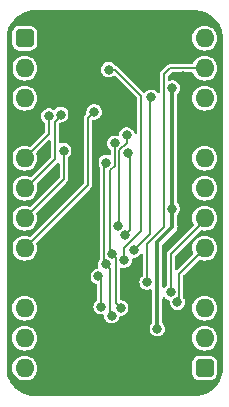
<source format=gbl>
%TF.GenerationSoftware,KiCad,Pcbnew,7.0.5*%
%TF.CreationDate,2024-01-27T16:37:14+02:00*%
%TF.ProjectId,Sound Address Decode,536f756e-6420-4416-9464-726573732044,rev?*%
%TF.SameCoordinates,Original*%
%TF.FileFunction,Copper,L2,Bot*%
%TF.FilePolarity,Positive*%
%FSLAX46Y46*%
G04 Gerber Fmt 4.6, Leading zero omitted, Abs format (unit mm)*
G04 Created by KiCad (PCBNEW 7.0.5) date 2024-01-27 16:37:14*
%MOMM*%
%LPD*%
G01*
G04 APERTURE LIST*
G04 Aperture macros list*
%AMRoundRect*
0 Rectangle with rounded corners*
0 $1 Rounding radius*
0 $2 $3 $4 $5 $6 $7 $8 $9 X,Y pos of 4 corners*
0 Add a 4 corners polygon primitive as box body*
4,1,4,$2,$3,$4,$5,$6,$7,$8,$9,$2,$3,0*
0 Add four circle primitives for the rounded corners*
1,1,$1+$1,$2,$3*
1,1,$1+$1,$4,$5*
1,1,$1+$1,$6,$7*
1,1,$1+$1,$8,$9*
0 Add four rect primitives between the rounded corners*
20,1,$1+$1,$2,$3,$4,$5,0*
20,1,$1+$1,$4,$5,$6,$7,0*
20,1,$1+$1,$6,$7,$8,$9,0*
20,1,$1+$1,$8,$9,$2,$3,0*%
G04 Aperture macros list end*
%TA.AperFunction,ComponentPad*%
%ADD10RoundRect,0.400000X-0.400000X-0.400000X0.400000X-0.400000X0.400000X0.400000X-0.400000X0.400000X0*%
%TD*%
%TA.AperFunction,ComponentPad*%
%ADD11O,1.600000X1.600000*%
%TD*%
%TA.AperFunction,ComponentPad*%
%ADD12R,1.600000X1.600000*%
%TD*%
%TA.AperFunction,ViaPad*%
%ADD13C,0.800000*%
%TD*%
%TA.AperFunction,Conductor*%
%ADD14C,0.380000*%
%TD*%
%TA.AperFunction,Conductor*%
%ADD15C,0.200000*%
%TD*%
G04 APERTURE END LIST*
D10*
%TO.P,J1,1,Pin_1*%
%TO.N,/5V*%
X88900000Y-58420000D03*
D11*
%TO.P,J1,2,Pin_2*%
%TO.N,/~{Device RAM}*%
X88900000Y-60960000D03*
%TO.P,J1,3,Pin_3*%
%TO.N,/Device ~{CS}*%
X88900000Y-63500000D03*
D12*
%TO.P,J1,4,Pin_4*%
%TO.N,/GND*%
X88900000Y-66040000D03*
D11*
%TO.P,J1,5,Pin_5*%
%TO.N,/~{RD}*%
X88900000Y-68580000D03*
%TO.P,J1,6,Pin_6*%
%TO.N,/~{WD}*%
X88900000Y-71120000D03*
%TO.P,J1,7,Pin_7*%
%TO.N,/A16*%
X88900000Y-73660000D03*
%TO.P,J1,8,Pin_8*%
%TO.N,/A15*%
X88900000Y-76200000D03*
D12*
%TO.P,J1,9,Pin_9*%
%TO.N,/GND*%
X88900000Y-78740000D03*
D11*
%TO.P,J1,10,Pin_10*%
%TO.N,/~{CLK}*%
X88900000Y-81280000D03*
%TO.P,J1,11,Pin_11*%
%TO.N,unconnected-(J1-Pin_11-Pad11)*%
X88900000Y-83820000D03*
%TO.P,J1,12,Pin_12*%
%TO.N,unconnected-(J1-Pin_12-Pad12)*%
X88900000Y-86360000D03*
D10*
%TO.P,J1,13,Pin_13*%
%TO.N,/5V*%
X104140000Y-86360000D03*
D11*
%TO.P,J1,14,Pin_14*%
%TO.N,unconnected-(J1-Pin_14-Pad14)*%
X104140000Y-83820000D03*
%TO.P,J1,15,Pin_15*%
%TO.N,/CPU B ~{WE}*%
X104140000Y-81280000D03*
D12*
%TO.P,J1,16,Pin_16*%
%TO.N,/GND*%
X104140000Y-78740000D03*
D11*
%TO.P,J1,17,Pin_17*%
%TO.N,/CPU B ~{OE}*%
X104140000Y-76200000D03*
%TO.P,J1,18,Pin_18*%
%TO.N,/CPU B ~{OE}\u00B7~{WE}*%
X104140000Y-73660000D03*
%TO.P,J1,19,Pin_19*%
%TO.N,/CPU A ~{WE}*%
X104140000Y-71120000D03*
%TO.P,J1,20,Pin_20*%
%TO.N,/CPU A ~{OE}*%
X104140000Y-68580000D03*
D12*
%TO.P,J1,21,Pin_21*%
%TO.N,/GND*%
X104140000Y-66040000D03*
D11*
%TO.P,J1,22,Pin_22*%
%TO.N,/CPU A ~{OE}\u00B7~{WE}*%
X104140000Y-63500000D03*
%TO.P,J1,23,Pin_23*%
%TO.N,/Sound Address*%
X104140000Y-60960000D03*
%TO.P,J1,24,Pin_24*%
%TO.N,unconnected-(J1-Pin_24-Pad24)*%
X104140000Y-58420000D03*
%TD*%
D13*
%TO.N,/GND*%
X93776800Y-79400400D03*
X102306703Y-61660000D03*
X93776800Y-80801606D03*
X93853000Y-72771000D03*
X94996000Y-67945000D03*
X93534000Y-70231000D03*
%TO.N,/3.3V*%
X101396800Y-72847200D03*
X101385600Y-62636400D03*
X100126800Y-83012998D03*
%TO.N,/A16*%
X92202000Y-67945000D03*
%TO.N,/~{WD}*%
X91950604Y-64882189D03*
%TO.N,/~{RD}*%
X90957400Y-64998600D03*
%TO.N,/A15*%
X94778410Y-64654000D03*
%TO.N,/CPU B ~{WE}*%
X95758000Y-77571600D03*
X96266000Y-81915000D03*
X95786000Y-68950294D03*
%TO.N,/CPU A ~{WE}*%
X97395914Y-75100226D03*
X97688316Y-68121584D03*
%TO.N,/CPU B ~{OE}*%
X96520000Y-67310000D03*
X101829291Y-80778615D03*
X97028000Y-81250804D03*
X96331000Y-76656402D03*
%TO.N,/CPU A ~{OE}*%
X97536000Y-66609992D03*
X96820625Y-74282272D03*
%TO.N,/CPU A ~{OE}\u00B7~{WE}*%
X98151551Y-76357042D03*
X99616040Y-63426400D03*
%TO.N,/CPU B ~{OE}\u00B7~{WE}*%
X95134471Y-78591403D03*
X101272400Y-79948026D03*
X95377226Y-81153226D03*
%TO.N,/Sound Address*%
X99272493Y-79074150D03*
%TO.N,/~{Device RAM}*%
X96012010Y-61087000D03*
X97321544Y-77206400D03*
%TD*%
D14*
%TO.N,/GND*%
X105179467Y-87352533D02*
X104982000Y-87550000D01*
X105395332Y-60437332D02*
X105395332Y-64784668D01*
X93853000Y-72771000D02*
X94996000Y-71628000D01*
X105352713Y-86796352D02*
X105282754Y-87080189D01*
X87710000Y-64850000D02*
X87710000Y-60467085D01*
X88900000Y-78740000D02*
X87710000Y-77550000D01*
X104140000Y-78740000D02*
X105352713Y-79952713D01*
X87710000Y-67230000D02*
X88900000Y-66040000D01*
X87698229Y-79941771D02*
X88900000Y-78740000D01*
X105352713Y-79952713D02*
X105352713Y-86796352D01*
X88407085Y-87550000D02*
X87698229Y-86841144D01*
X104728000Y-59770000D02*
X105395332Y-60437332D01*
X105395332Y-64784668D02*
X104140000Y-66040000D01*
X105282754Y-87080189D02*
X105179467Y-87352533D01*
X87698229Y-86841144D02*
X87698229Y-79941771D01*
X94996000Y-71628000D02*
X94996000Y-67945000D01*
X104140000Y-66040000D02*
X102306703Y-64206703D01*
X88407085Y-59770000D02*
X104728000Y-59770000D01*
X87710000Y-77550000D02*
X87710000Y-67230000D01*
X102306703Y-64206703D02*
X102306703Y-61660000D01*
X88900000Y-66040000D02*
X87710000Y-64850000D01*
X93776800Y-79400400D02*
X93776800Y-80801606D01*
X104982000Y-87550000D02*
X88407085Y-87550000D01*
X87710000Y-60467085D02*
X88407085Y-59770000D01*
%TO.N,/3.3V*%
X101385600Y-72836000D02*
X101396800Y-72847200D01*
X100126800Y-75692000D02*
X101396800Y-74422000D01*
X101396800Y-74422000D02*
X101396800Y-72847200D01*
X100126800Y-83012998D02*
X100126800Y-75692000D01*
X101385600Y-62636400D02*
X101385600Y-72836000D01*
D15*
%TO.N,/A16*%
X92202000Y-70358000D02*
X92202000Y-67945000D01*
X88900000Y-73660000D02*
X92202000Y-70358000D01*
%TO.N,/~{WD}*%
X91459000Y-68688000D02*
X91459000Y-65486950D01*
X89027000Y-71120000D02*
X91459000Y-68688000D01*
X91459000Y-65486950D02*
X91950604Y-64995346D01*
X91950604Y-64995346D02*
X91950604Y-64882189D01*
%TO.N,/~{RD}*%
X88900000Y-68580000D02*
X90957400Y-66522600D01*
X90957400Y-66522600D02*
X90957400Y-64998600D01*
%TO.N,/A15*%
X88900000Y-76200000D02*
X94234000Y-70866000D01*
X94234000Y-65198410D02*
X94778410Y-64654000D01*
X94234000Y-70866000D02*
X94234000Y-65198410D01*
%TO.N,/CPU B ~{WE}*%
X96139000Y-81788000D02*
X96266000Y-81915000D01*
X95758000Y-77571600D02*
X96139000Y-77952600D01*
X96139000Y-77952600D02*
X96139000Y-81788000D01*
X95631000Y-77444600D02*
X95631000Y-69105294D01*
X95758000Y-77571600D02*
X95631000Y-77444600D01*
X95631000Y-69105294D02*
X95786000Y-68950294D01*
%TO.N,/CPU A ~{WE}*%
X97395914Y-75100226D02*
X97827939Y-74668201D01*
X97827939Y-74668201D02*
X97827939Y-68261207D01*
X97827939Y-68261207D02*
X97688316Y-68121584D01*
%TO.N,/CPU B ~{OE}*%
X96105600Y-76431002D02*
X96331000Y-76656402D01*
X101972400Y-78367600D02*
X101972400Y-80635506D01*
X96621544Y-76946946D02*
X96621544Y-80844348D01*
X96520000Y-67310000D02*
X96520000Y-69206244D01*
X104140000Y-76200000D02*
X101972400Y-78367600D01*
X96621544Y-80844348D02*
X97028000Y-81250804D01*
X101972400Y-80635506D02*
X101829291Y-80778615D01*
X96331000Y-76656402D02*
X96621544Y-76946946D01*
X96520000Y-69206244D02*
X96105600Y-69620644D01*
X96105600Y-69620644D02*
X96105600Y-76431002D01*
%TO.N,/CPU A ~{OE}*%
X96820625Y-74282272D02*
X96920000Y-74182897D01*
X97536000Y-67283950D02*
X97536000Y-66609992D01*
X96920000Y-74182897D02*
X96920000Y-67899950D01*
X96920000Y-67899950D02*
X97536000Y-67283950D01*
%TO.N,/CPU A ~{OE}\u00B7~{WE}*%
X99513386Y-74995207D02*
X99513386Y-63529054D01*
X99513386Y-63529054D02*
X99616040Y-63426400D01*
X98151551Y-76357042D02*
X99513386Y-74995207D01*
%TO.N,/CPU B ~{OE}\u00B7~{WE}*%
X95377226Y-78834158D02*
X95377226Y-81153226D01*
X95134471Y-78591403D02*
X95377226Y-78834158D01*
X104140000Y-73844964D02*
X101272400Y-76712564D01*
X101272400Y-76712564D02*
X101272400Y-79948026D01*
%TO.N,/Sound Address*%
X101219000Y-60960000D02*
X104140000Y-60960000D01*
X99272493Y-79074150D02*
X99272493Y-75853342D01*
X100685600Y-61493400D02*
X101219000Y-60960000D01*
X100685600Y-74440235D02*
X100685600Y-61493400D01*
X99272493Y-75853342D02*
X100685600Y-74440235D01*
%TO.N,/~{Device RAM}*%
X98755200Y-74730890D02*
X98755200Y-63322200D01*
X96520000Y-61087000D02*
X96012010Y-61087000D01*
X98755200Y-63322200D02*
X96520000Y-61087000D01*
X97321544Y-77206400D02*
X97321544Y-76164546D01*
X97321544Y-76164546D02*
X98755200Y-74730890D01*
%TD*%
%TA.AperFunction,Conductor*%
%TO.N,/GND*%
G36*
X103306138Y-56056880D02*
G01*
X103306155Y-56056881D01*
X103585390Y-56073767D01*
X103592823Y-56074671D01*
X103617541Y-56079200D01*
X103866153Y-56124757D01*
X103873415Y-56126548D01*
X104138710Y-56209215D01*
X104145716Y-56211872D01*
X104399109Y-56325911D01*
X104405740Y-56329391D01*
X104643553Y-56473152D01*
X104649700Y-56477395D01*
X104868452Y-56648773D01*
X104874049Y-56653733D01*
X105070543Y-56850224D01*
X105075513Y-56855833D01*
X105246879Y-57074564D01*
X105251136Y-57080731D01*
X105394893Y-57318532D01*
X105398375Y-57325167D01*
X105512419Y-57578557D01*
X105515072Y-57585551D01*
X105569309Y-57759602D01*
X105597742Y-57850847D01*
X105599535Y-57858123D01*
X105649624Y-58131448D01*
X105650527Y-58138887D01*
X105667386Y-58417568D01*
X105667499Y-58421313D01*
X105667499Y-86358138D01*
X105667386Y-86361883D01*
X105650494Y-86641108D01*
X105649591Y-86648547D01*
X105599504Y-86921864D01*
X105597711Y-86929140D01*
X105515044Y-87194428D01*
X105512386Y-87201435D01*
X105398348Y-87454815D01*
X105394865Y-87461451D01*
X105251111Y-87699246D01*
X105246854Y-87705413D01*
X105075489Y-87924143D01*
X105070519Y-87929752D01*
X104874032Y-88126237D01*
X104868423Y-88131206D01*
X104649687Y-88302573D01*
X104643520Y-88306830D01*
X104405730Y-88450576D01*
X104399095Y-88454058D01*
X104145708Y-88568095D01*
X104138702Y-88570752D01*
X103873405Y-88653419D01*
X103866129Y-88655213D01*
X103592820Y-88705295D01*
X103585381Y-88706199D01*
X103305610Y-88723119D01*
X103301867Y-88723232D01*
X89737604Y-88723232D01*
X89733861Y-88723119D01*
X89454615Y-88706232D01*
X89447175Y-88705328D01*
X89173860Y-88655245D01*
X89166584Y-88653451D01*
X88901288Y-88570784D01*
X88894282Y-88568127D01*
X88640890Y-88454087D01*
X88634255Y-88450605D01*
X88396457Y-88306854D01*
X88390295Y-88302601D01*
X88171549Y-88131227D01*
X88165950Y-88126266D01*
X87969456Y-87929775D01*
X87964490Y-87924171D01*
X87793120Y-87705435D01*
X87788863Y-87699268D01*
X87765633Y-87660842D01*
X87645096Y-87461451D01*
X87641632Y-87454851D01*
X87527577Y-87201432D01*
X87524930Y-87194455D01*
X87442254Y-86929140D01*
X87440463Y-86921873D01*
X87390375Y-86648551D01*
X87389471Y-86641112D01*
X87372613Y-86362411D01*
X87372540Y-86360000D01*
X87844417Y-86360000D01*
X87846632Y-86382497D01*
X87864699Y-86565932D01*
X87887505Y-86641112D01*
X87924768Y-86763954D01*
X88022315Y-86946450D01*
X88022317Y-86946452D01*
X88153589Y-87106410D01*
X88250209Y-87185702D01*
X88313550Y-87237685D01*
X88496046Y-87335232D01*
X88694066Y-87395300D01*
X88694065Y-87395300D01*
X88712529Y-87397118D01*
X88900000Y-87415583D01*
X89105934Y-87395300D01*
X89303954Y-87335232D01*
X89486450Y-87237685D01*
X89646410Y-87106410D01*
X89777685Y-86946450D01*
X89842227Y-86825701D01*
X103089500Y-86825701D01*
X103092401Y-86862567D01*
X103092402Y-86862573D01*
X103138254Y-87020393D01*
X103138255Y-87020396D01*
X103221917Y-87161862D01*
X103221923Y-87161870D01*
X103338129Y-87278076D01*
X103338133Y-87278079D01*
X103338135Y-87278081D01*
X103479602Y-87361744D01*
X103521224Y-87373836D01*
X103637426Y-87407597D01*
X103637429Y-87407597D01*
X103637431Y-87407598D01*
X103674306Y-87410500D01*
X103674314Y-87410500D01*
X104605686Y-87410500D01*
X104605694Y-87410500D01*
X104642569Y-87407598D01*
X104642571Y-87407597D01*
X104642573Y-87407597D01*
X104684899Y-87395300D01*
X104800398Y-87361744D01*
X104941865Y-87278081D01*
X105058081Y-87161865D01*
X105141744Y-87020398D01*
X105187598Y-86862569D01*
X105190500Y-86825694D01*
X105190500Y-85894306D01*
X105187598Y-85857431D01*
X105141744Y-85699602D01*
X105058081Y-85558135D01*
X105058079Y-85558133D01*
X105058076Y-85558129D01*
X104941870Y-85441923D01*
X104941862Y-85441917D01*
X104845229Y-85384769D01*
X104800398Y-85358256D01*
X104800397Y-85358255D01*
X104800396Y-85358255D01*
X104800393Y-85358254D01*
X104642573Y-85312402D01*
X104642567Y-85312401D01*
X104605701Y-85309500D01*
X104605694Y-85309500D01*
X103674306Y-85309500D01*
X103674298Y-85309500D01*
X103637432Y-85312401D01*
X103637426Y-85312402D01*
X103479606Y-85358254D01*
X103479603Y-85358255D01*
X103338137Y-85441917D01*
X103338129Y-85441923D01*
X103221923Y-85558129D01*
X103221917Y-85558137D01*
X103138255Y-85699603D01*
X103138254Y-85699606D01*
X103092402Y-85857426D01*
X103092401Y-85857432D01*
X103089500Y-85894298D01*
X103089500Y-86825701D01*
X89842227Y-86825701D01*
X89875232Y-86763954D01*
X89935300Y-86565934D01*
X89955583Y-86360000D01*
X89935300Y-86154066D01*
X89875232Y-85956046D01*
X89777685Y-85773550D01*
X89716998Y-85699602D01*
X89646410Y-85613589D01*
X89486452Y-85482317D01*
X89486453Y-85482317D01*
X89486450Y-85482315D01*
X89303954Y-85384768D01*
X89105934Y-85324700D01*
X89105932Y-85324699D01*
X89105934Y-85324699D01*
X88918463Y-85306235D01*
X88900000Y-85304417D01*
X88899999Y-85304417D01*
X88694067Y-85324699D01*
X88496043Y-85384769D01*
X88389129Y-85441917D01*
X88313550Y-85482315D01*
X88313548Y-85482316D01*
X88313547Y-85482317D01*
X88153589Y-85613589D01*
X88022317Y-85773547D01*
X87924769Y-85956043D01*
X87864699Y-86154067D01*
X87848767Y-86315830D01*
X87844417Y-86360000D01*
X87372540Y-86360000D01*
X87372500Y-86358667D01*
X87372500Y-83820000D01*
X87844417Y-83820000D01*
X87864699Y-84025932D01*
X87864700Y-84025934D01*
X87924768Y-84223954D01*
X88022315Y-84406450D01*
X88022317Y-84406452D01*
X88153589Y-84566410D01*
X88250209Y-84645702D01*
X88313550Y-84697685D01*
X88496046Y-84795232D01*
X88694066Y-84855300D01*
X88694065Y-84855300D01*
X88714347Y-84857297D01*
X88900000Y-84875583D01*
X89105934Y-84855300D01*
X89303954Y-84795232D01*
X89486450Y-84697685D01*
X89646410Y-84566410D01*
X89777685Y-84406450D01*
X89875232Y-84223954D01*
X89935300Y-84025934D01*
X89955583Y-83820000D01*
X103084417Y-83820000D01*
X103104699Y-84025932D01*
X103104700Y-84025934D01*
X103164768Y-84223954D01*
X103262315Y-84406450D01*
X103262317Y-84406452D01*
X103393589Y-84566410D01*
X103490209Y-84645702D01*
X103553550Y-84697685D01*
X103736046Y-84795232D01*
X103934066Y-84855300D01*
X103934065Y-84855300D01*
X103952529Y-84857118D01*
X104140000Y-84875583D01*
X104345934Y-84855300D01*
X104543954Y-84795232D01*
X104726450Y-84697685D01*
X104886410Y-84566410D01*
X105017685Y-84406450D01*
X105115232Y-84223954D01*
X105175300Y-84025934D01*
X105195583Y-83820000D01*
X105175300Y-83614066D01*
X105115232Y-83416046D01*
X105017685Y-83233550D01*
X104965380Y-83169816D01*
X104886410Y-83073589D01*
X104726452Y-82942317D01*
X104726453Y-82942317D01*
X104726450Y-82942315D01*
X104543954Y-82844768D01*
X104345934Y-82784700D01*
X104345932Y-82784699D01*
X104345934Y-82784699D01*
X104140000Y-82764417D01*
X103934067Y-82784699D01*
X103736043Y-82844769D01*
X103625898Y-82903643D01*
X103553550Y-82942315D01*
X103553548Y-82942316D01*
X103553547Y-82942317D01*
X103393589Y-83073589D01*
X103262317Y-83233547D01*
X103164769Y-83416043D01*
X103104699Y-83614067D01*
X103084417Y-83820000D01*
X89955583Y-83820000D01*
X89935300Y-83614066D01*
X89875232Y-83416046D01*
X89777685Y-83233550D01*
X89725380Y-83169816D01*
X89646410Y-83073589D01*
X89486452Y-82942317D01*
X89486453Y-82942317D01*
X89486450Y-82942315D01*
X89303954Y-82844768D01*
X89105934Y-82784700D01*
X89105932Y-82784699D01*
X89105934Y-82784699D01*
X88918463Y-82766235D01*
X88900000Y-82764417D01*
X88899999Y-82764417D01*
X88694067Y-82784699D01*
X88496043Y-82844769D01*
X88385898Y-82903643D01*
X88313550Y-82942315D01*
X88313548Y-82942316D01*
X88313547Y-82942317D01*
X88153589Y-83073589D01*
X88022317Y-83233547D01*
X87924769Y-83416043D01*
X87864699Y-83614067D01*
X87844417Y-83820000D01*
X87372500Y-83820000D01*
X87372500Y-81280000D01*
X87844417Y-81280000D01*
X87864699Y-81485932D01*
X87864700Y-81485934D01*
X87924768Y-81683954D01*
X88022315Y-81866450D01*
X88022317Y-81866452D01*
X88153589Y-82026410D01*
X88208920Y-82071818D01*
X88313550Y-82157685D01*
X88496046Y-82255232D01*
X88694066Y-82315300D01*
X88694065Y-82315300D01*
X88714347Y-82317297D01*
X88900000Y-82335583D01*
X89105934Y-82315300D01*
X89303954Y-82255232D01*
X89486450Y-82157685D01*
X89646410Y-82026410D01*
X89777685Y-81866450D01*
X89875232Y-81683954D01*
X89935300Y-81485934D01*
X89955583Y-81280000D01*
X89935300Y-81074066D01*
X89875232Y-80876046D01*
X89777685Y-80693550D01*
X89707461Y-80607981D01*
X89646410Y-80533589D01*
X89486452Y-80402317D01*
X89486453Y-80402317D01*
X89486450Y-80402315D01*
X89303954Y-80304768D01*
X89105934Y-80244700D01*
X89105932Y-80244699D01*
X89105934Y-80244699D01*
X88918463Y-80226235D01*
X88900000Y-80224417D01*
X88899999Y-80224417D01*
X88694067Y-80244699D01*
X88496043Y-80304769D01*
X88414018Y-80348613D01*
X88313550Y-80402315D01*
X88313548Y-80402316D01*
X88313547Y-80402317D01*
X88153589Y-80533589D01*
X88022317Y-80693547D01*
X88022315Y-80693550D01*
X88008874Y-80718696D01*
X87924769Y-80876043D01*
X87864699Y-81074067D01*
X87844417Y-81280000D01*
X87372500Y-81280000D01*
X87372500Y-78591403D01*
X94479193Y-78591403D01*
X94498233Y-78748221D01*
X94537019Y-78850489D01*
X94554251Y-78895926D01*
X94643988Y-79025933D01*
X94762231Y-79130686D01*
X94762233Y-79130687D01*
X94902106Y-79204099D01*
X94902108Y-79204100D01*
X94932398Y-79211565D01*
X94992780Y-79246719D01*
X95024570Y-79308938D01*
X95026726Y-79331962D01*
X95026726Y-80538875D01*
X95007041Y-80605914D01*
X94984954Y-80631688D01*
X94898627Y-80708168D01*
X94886742Y-80718697D01*
X94797007Y-80848701D01*
X94797006Y-80848702D01*
X94740988Y-80996407D01*
X94721948Y-81153225D01*
X94721948Y-81153226D01*
X94740988Y-81310044D01*
X94797005Y-81457748D01*
X94797006Y-81457749D01*
X94886743Y-81587756D01*
X95004986Y-81692509D01*
X95004988Y-81692510D01*
X95144860Y-81765922D01*
X95298240Y-81803726D01*
X95298241Y-81803726D01*
X95456206Y-81803726D01*
X95456211Y-81803726D01*
X95457204Y-81803481D01*
X95457956Y-81803514D01*
X95463658Y-81802822D01*
X95463773Y-81803769D01*
X95527003Y-81806543D01*
X95584069Y-81846857D01*
X95609984Y-81908928D01*
X95629763Y-82071818D01*
X95685780Y-82219523D01*
X95775517Y-82349530D01*
X95893760Y-82454283D01*
X95893762Y-82454284D01*
X96033634Y-82527696D01*
X96187014Y-82565500D01*
X96187015Y-82565500D01*
X96344985Y-82565500D01*
X96498365Y-82527696D01*
X96498365Y-82527695D01*
X96638240Y-82454283D01*
X96756483Y-82349530D01*
X96846220Y-82219523D01*
X96902237Y-82071818D01*
X96907602Y-82027624D01*
X96909700Y-82010357D01*
X96937322Y-81946179D01*
X96995256Y-81907123D01*
X97032796Y-81901304D01*
X97106985Y-81901304D01*
X97260365Y-81863500D01*
X97292075Y-81846857D01*
X97400240Y-81790087D01*
X97518483Y-81685334D01*
X97608220Y-81555327D01*
X97664237Y-81407622D01*
X97683278Y-81250804D01*
X97678706Y-81213145D01*
X97664237Y-81093985D01*
X97642992Y-81037967D01*
X97608220Y-80946281D01*
X97518483Y-80816274D01*
X97400240Y-80711521D01*
X97400238Y-80711520D01*
X97400237Y-80711519D01*
X97260365Y-80638107D01*
X97106986Y-80600304D01*
X97106985Y-80600304D01*
X97096044Y-80600304D01*
X97029005Y-80580619D01*
X96983250Y-80527815D01*
X96972044Y-80476304D01*
X96972044Y-77948499D01*
X96991729Y-77881460D01*
X97044533Y-77835705D01*
X97113691Y-77825761D01*
X97125716Y-77828101D01*
X97242559Y-77856900D01*
X97400529Y-77856900D01*
X97553909Y-77819096D01*
X97634256Y-77776926D01*
X97693784Y-77745683D01*
X97812027Y-77640930D01*
X97901764Y-77510923D01*
X97957781Y-77363218D01*
X97976822Y-77206400D01*
X97969547Y-77146487D01*
X97981007Y-77077566D01*
X98027911Y-77025779D01*
X98092643Y-77007542D01*
X98230536Y-77007542D01*
X98383916Y-76969738D01*
X98428363Y-76946410D01*
X98523791Y-76896325D01*
X98642034Y-76791572D01*
X98695943Y-76713470D01*
X98750226Y-76669481D01*
X98819674Y-76661821D01*
X98882239Y-76692924D01*
X98918057Y-76752915D01*
X98921993Y-76783911D01*
X98921993Y-78459799D01*
X98902308Y-78526838D01*
X98880221Y-78552612D01*
X98824826Y-78601689D01*
X98782009Y-78639621D01*
X98692274Y-78769625D01*
X98692273Y-78769626D01*
X98636255Y-78917331D01*
X98617215Y-79074149D01*
X98617215Y-79074150D01*
X98636255Y-79230968D01*
X98692272Y-79378672D01*
X98692273Y-79378673D01*
X98782010Y-79508680D01*
X98900253Y-79613433D01*
X98900255Y-79613434D01*
X99040127Y-79686846D01*
X99193507Y-79724650D01*
X99193508Y-79724650D01*
X99351478Y-79724650D01*
X99504858Y-79686846D01*
X99511870Y-79684187D01*
X99512333Y-79685408D01*
X99573181Y-79673217D01*
X99638235Y-79698709D01*
X99679179Y-79755324D01*
X99686300Y-79796739D01*
X99686300Y-82478379D01*
X99666615Y-82545418D01*
X99644527Y-82571194D01*
X99636318Y-82578466D01*
X99546581Y-82708473D01*
X99546580Y-82708474D01*
X99490562Y-82856179D01*
X99471522Y-83012997D01*
X99471522Y-83012998D01*
X99490562Y-83169816D01*
X99546579Y-83317521D01*
X99546580Y-83317521D01*
X99636317Y-83447528D01*
X99754560Y-83552281D01*
X99754562Y-83552282D01*
X99894434Y-83625694D01*
X100047814Y-83663498D01*
X100047815Y-83663498D01*
X100205785Y-83663498D01*
X100359165Y-83625694D01*
X100381320Y-83614066D01*
X100499040Y-83552281D01*
X100617283Y-83447528D01*
X100707020Y-83317521D01*
X100763037Y-83169816D01*
X100782078Y-83012998D01*
X100763037Y-82856180D01*
X100758709Y-82844769D01*
X100728236Y-82764417D01*
X100707020Y-82708475D01*
X100617283Y-82578468D01*
X100609074Y-82571195D01*
X100571947Y-82512009D01*
X100567300Y-82478386D01*
X100567300Y-80467264D01*
X100586985Y-80400224D01*
X100639789Y-80354470D01*
X100708947Y-80344526D01*
X100772503Y-80373551D01*
X100778934Y-80379913D01*
X100781916Y-80382555D01*
X100781917Y-80382556D01*
X100900160Y-80487309D01*
X100900162Y-80487310D01*
X101040034Y-80560722D01*
X101089144Y-80572826D01*
X101149525Y-80607981D01*
X101181314Y-80670201D01*
X101182566Y-80708168D01*
X101174013Y-80778613D01*
X101174013Y-80778615D01*
X101193053Y-80935433D01*
X101245630Y-81074066D01*
X101249071Y-81083138D01*
X101338808Y-81213145D01*
X101457051Y-81317898D01*
X101457053Y-81317899D01*
X101596925Y-81391311D01*
X101750305Y-81429115D01*
X101750306Y-81429115D01*
X101908276Y-81429115D01*
X102061656Y-81391311D01*
X102061655Y-81391311D01*
X102201531Y-81317898D01*
X102244309Y-81280000D01*
X103084417Y-81280000D01*
X103104699Y-81485932D01*
X103104700Y-81485934D01*
X103164768Y-81683954D01*
X103262315Y-81866450D01*
X103262317Y-81866452D01*
X103393589Y-82026410D01*
X103448920Y-82071818D01*
X103553550Y-82157685D01*
X103736046Y-82255232D01*
X103934066Y-82315300D01*
X103934065Y-82315300D01*
X103952529Y-82317118D01*
X104140000Y-82335583D01*
X104345934Y-82315300D01*
X104543954Y-82255232D01*
X104726450Y-82157685D01*
X104886410Y-82026410D01*
X105017685Y-81866450D01*
X105115232Y-81683954D01*
X105175300Y-81485934D01*
X105195583Y-81280000D01*
X105175300Y-81074066D01*
X105115232Y-80876046D01*
X105017685Y-80693550D01*
X104947461Y-80607981D01*
X104886410Y-80533589D01*
X104726452Y-80402317D01*
X104726453Y-80402317D01*
X104726450Y-80402315D01*
X104543954Y-80304768D01*
X104345934Y-80244700D01*
X104345932Y-80244699D01*
X104345934Y-80244699D01*
X104140000Y-80224417D01*
X103934067Y-80244699D01*
X103736043Y-80304769D01*
X103654018Y-80348613D01*
X103553550Y-80402315D01*
X103553548Y-80402316D01*
X103553547Y-80402317D01*
X103393589Y-80533589D01*
X103262317Y-80693547D01*
X103262315Y-80693550D01*
X103248874Y-80718696D01*
X103164769Y-80876043D01*
X103104699Y-81074067D01*
X103084417Y-81280000D01*
X102244309Y-81280000D01*
X102319774Y-81213145D01*
X102409511Y-81083138D01*
X102465528Y-80935433D01*
X102484569Y-80778615D01*
X102476423Y-80711521D01*
X102465528Y-80621796D01*
X102434080Y-80538875D01*
X102409511Y-80474092D01*
X102409509Y-80474089D01*
X102409507Y-80474085D01*
X102344850Y-80380412D01*
X102322967Y-80314058D01*
X102322900Y-80309973D01*
X102322900Y-78564143D01*
X102342585Y-78497104D01*
X102359219Y-78476462D01*
X102989091Y-77846590D01*
X103625491Y-77210189D01*
X103686812Y-77176706D01*
X103749162Y-77179210D01*
X103934066Y-77235300D01*
X103934065Y-77235300D01*
X103952529Y-77237118D01*
X104140000Y-77255583D01*
X104345934Y-77235300D01*
X104543954Y-77175232D01*
X104726450Y-77077685D01*
X104886410Y-76946410D01*
X105017685Y-76786450D01*
X105115232Y-76603954D01*
X105175300Y-76405934D01*
X105195583Y-76200000D01*
X105175300Y-75994066D01*
X105115232Y-75796046D01*
X105017685Y-75613550D01*
X104953019Y-75534754D01*
X104886410Y-75453589D01*
X104726452Y-75322317D01*
X104726453Y-75322317D01*
X104726450Y-75322315D01*
X104543954Y-75224768D01*
X104345934Y-75164700D01*
X104345932Y-75164699D01*
X104345934Y-75164699D01*
X104140000Y-75144417D01*
X103934067Y-75164699D01*
X103758692Y-75217898D01*
X103740909Y-75223293D01*
X103736043Y-75224769D01*
X103675662Y-75257044D01*
X103553550Y-75322315D01*
X103553548Y-75322316D01*
X103553547Y-75322317D01*
X103393589Y-75453589D01*
X103262317Y-75613547D01*
X103164769Y-75796043D01*
X103104699Y-75994067D01*
X103084417Y-76199999D01*
X103104699Y-76405932D01*
X103118409Y-76451127D01*
X103148376Y-76549917D01*
X103160788Y-76590832D01*
X103161411Y-76660699D01*
X103129808Y-76714508D01*
X101834581Y-78009736D01*
X101773258Y-78043221D01*
X101703566Y-78038237D01*
X101647633Y-77996365D01*
X101623216Y-77930901D01*
X101622900Y-77922055D01*
X101622900Y-76909106D01*
X101642585Y-76842067D01*
X101659214Y-76821430D01*
X103767405Y-74713238D01*
X103828726Y-74679755D01*
X103891078Y-74682259D01*
X103934066Y-74695300D01*
X103934065Y-74695300D01*
X103952529Y-74697118D01*
X104140000Y-74715583D01*
X104345934Y-74695300D01*
X104543954Y-74635232D01*
X104726450Y-74537685D01*
X104886410Y-74406410D01*
X105017685Y-74246450D01*
X105115232Y-74063954D01*
X105175300Y-73865934D01*
X105195583Y-73660000D01*
X105175300Y-73454066D01*
X105115232Y-73256046D01*
X105017685Y-73073550D01*
X104960622Y-73004018D01*
X104886410Y-72913589D01*
X104726452Y-72782317D01*
X104726453Y-72782317D01*
X104726450Y-72782315D01*
X104543954Y-72684768D01*
X104345934Y-72624700D01*
X104345932Y-72624699D01*
X104345934Y-72624699D01*
X104140000Y-72604417D01*
X103934067Y-72624699D01*
X103758692Y-72677898D01*
X103740909Y-72683293D01*
X103736043Y-72684769D01*
X103625898Y-72743643D01*
X103553550Y-72782315D01*
X103553548Y-72782316D01*
X103553547Y-72782317D01*
X103393589Y-72913589D01*
X103262317Y-73073547D01*
X103164769Y-73256043D01*
X103104699Y-73454067D01*
X103084417Y-73660000D01*
X103104699Y-73865932D01*
X103164769Y-74063958D01*
X103212175Y-74152648D01*
X103226417Y-74221051D01*
X103201417Y-74286295D01*
X103190498Y-74298782D01*
X101059355Y-76429925D01*
X101039506Y-76446046D01*
X101031731Y-76451126D01*
X101011543Y-76477062D01*
X101006467Y-76482812D01*
X101004034Y-76485245D01*
X101004024Y-76485258D01*
X100992095Y-76501965D01*
X100990564Y-76504017D01*
X100959883Y-76543436D01*
X100956375Y-76549917D01*
X100953161Y-76556495D01*
X100938906Y-76604373D01*
X100938125Y-76606810D01*
X100921899Y-76654076D01*
X100920694Y-76661297D01*
X100919782Y-76668610D01*
X100921847Y-76718512D01*
X100921900Y-76721074D01*
X100921900Y-79333675D01*
X100902215Y-79400714D01*
X100880128Y-79426488D01*
X100781917Y-79513496D01*
X100781916Y-79513497D01*
X100776303Y-79518470D01*
X100774848Y-79516828D01*
X100724917Y-79548143D01*
X100655052Y-79547371D01*
X100596695Y-79508949D01*
X100568375Y-79445076D01*
X100567300Y-79428787D01*
X100567300Y-75925822D01*
X100586985Y-75858783D01*
X100603614Y-75838145D01*
X101688328Y-74753431D01*
X101693496Y-74748812D01*
X101723357Y-74725001D01*
X101755484Y-74677877D01*
X101756786Y-74676042D01*
X101790652Y-74630158D01*
X101790653Y-74630156D01*
X101794541Y-74622798D01*
X101798159Y-74615287D01*
X101806554Y-74588070D01*
X101814966Y-74560796D01*
X101815681Y-74558625D01*
X101823010Y-74537682D01*
X101834510Y-74504819D01*
X101834510Y-74504813D01*
X101836054Y-74496655D01*
X101837300Y-74488394D01*
X101837300Y-74431403D01*
X101837342Y-74429121D01*
X101839475Y-74372123D01*
X101839474Y-74372122D01*
X101838435Y-74362894D01*
X101839288Y-74362797D01*
X101837300Y-74347682D01*
X101837300Y-73381818D01*
X101856985Y-73314779D01*
X101879074Y-73289001D01*
X101887283Y-73281730D01*
X101977020Y-73151723D01*
X102033037Y-73004018D01*
X102052078Y-72847200D01*
X102033037Y-72690382D01*
X102030908Y-72684769D01*
X102000435Y-72604417D01*
X101977020Y-72542677D01*
X101887283Y-72412670D01*
X101887282Y-72412669D01*
X101867871Y-72395472D01*
X101830746Y-72336282D01*
X101826100Y-72302658D01*
X101826100Y-71120000D01*
X103084417Y-71120000D01*
X103104699Y-71325932D01*
X103104700Y-71325934D01*
X103164768Y-71523954D01*
X103262315Y-71706450D01*
X103262317Y-71706452D01*
X103393589Y-71866410D01*
X103490209Y-71945702D01*
X103553550Y-71997685D01*
X103736046Y-72095232D01*
X103934066Y-72155300D01*
X103934065Y-72155300D01*
X103952529Y-72157118D01*
X104140000Y-72175583D01*
X104345934Y-72155300D01*
X104543954Y-72095232D01*
X104726450Y-71997685D01*
X104886410Y-71866410D01*
X105017685Y-71706450D01*
X105115232Y-71523954D01*
X105175300Y-71325934D01*
X105195583Y-71120000D01*
X105175300Y-70914066D01*
X105115232Y-70716046D01*
X105017685Y-70533550D01*
X104960409Y-70463758D01*
X104886410Y-70373589D01*
X104726452Y-70242317D01*
X104726453Y-70242317D01*
X104726450Y-70242315D01*
X104543954Y-70144768D01*
X104345934Y-70084700D01*
X104345932Y-70084699D01*
X104345934Y-70084699D01*
X104140000Y-70064417D01*
X103934067Y-70084699D01*
X103736043Y-70144769D01*
X103672360Y-70178809D01*
X103553550Y-70242315D01*
X103553548Y-70242316D01*
X103553547Y-70242317D01*
X103393589Y-70373589D01*
X103262317Y-70533547D01*
X103262315Y-70533550D01*
X103243573Y-70568613D01*
X103164769Y-70716043D01*
X103104699Y-70914067D01*
X103084417Y-71120000D01*
X101826100Y-71120000D01*
X101826100Y-68579999D01*
X103084417Y-68579999D01*
X103104699Y-68785932D01*
X103134734Y-68884944D01*
X103164768Y-68983954D01*
X103262315Y-69166450D01*
X103262317Y-69166452D01*
X103393589Y-69326410D01*
X103438258Y-69363068D01*
X103553550Y-69457685D01*
X103736046Y-69555232D01*
X103934066Y-69615300D01*
X103934065Y-69615300D01*
X103952529Y-69617118D01*
X104140000Y-69635583D01*
X104345934Y-69615300D01*
X104543954Y-69555232D01*
X104726450Y-69457685D01*
X104886410Y-69326410D01*
X105017685Y-69166450D01*
X105115232Y-68983954D01*
X105175300Y-68785934D01*
X105195583Y-68580000D01*
X105175300Y-68374066D01*
X105115232Y-68176046D01*
X105017685Y-67993550D01*
X104908653Y-67860693D01*
X104886410Y-67833589D01*
X104759200Y-67729192D01*
X104726450Y-67702315D01*
X104543954Y-67604768D01*
X104345934Y-67544700D01*
X104345932Y-67544699D01*
X104345934Y-67544699D01*
X104140000Y-67524417D01*
X103934067Y-67544699D01*
X103758692Y-67597898D01*
X103740909Y-67603293D01*
X103736043Y-67604769D01*
X103625898Y-67663643D01*
X103553550Y-67702315D01*
X103553548Y-67702316D01*
X103553547Y-67702317D01*
X103393589Y-67833589D01*
X103262317Y-67993547D01*
X103164769Y-68176043D01*
X103104699Y-68374067D01*
X103084417Y-68579999D01*
X101826100Y-68579999D01*
X101826100Y-63499999D01*
X103084417Y-63499999D01*
X103104699Y-63705932D01*
X103104700Y-63705934D01*
X103164768Y-63903954D01*
X103262315Y-64086450D01*
X103262317Y-64086452D01*
X103393589Y-64246410D01*
X103490209Y-64325702D01*
X103553550Y-64377685D01*
X103736046Y-64475232D01*
X103934066Y-64535300D01*
X103934065Y-64535300D01*
X103952529Y-64537118D01*
X104140000Y-64555583D01*
X104345934Y-64535300D01*
X104543954Y-64475232D01*
X104726450Y-64377685D01*
X104886410Y-64246410D01*
X105017685Y-64086450D01*
X105115232Y-63903954D01*
X105175300Y-63705934D01*
X105195583Y-63500000D01*
X105175300Y-63294066D01*
X105115232Y-63096046D01*
X105017685Y-62913550D01*
X104918932Y-62793218D01*
X104886410Y-62753589D01*
X104768677Y-62656969D01*
X104726450Y-62622315D01*
X104543954Y-62524768D01*
X104345934Y-62464700D01*
X104345932Y-62464699D01*
X104345934Y-62464699D01*
X104140000Y-62444417D01*
X103934067Y-62464699D01*
X103736043Y-62524769D01*
X103625898Y-62583643D01*
X103553550Y-62622315D01*
X103553548Y-62622316D01*
X103553547Y-62622317D01*
X103393589Y-62753589D01*
X103262317Y-62913547D01*
X103164769Y-63096043D01*
X103164768Y-63096045D01*
X103164768Y-63096046D01*
X103159578Y-63113156D01*
X103104699Y-63294067D01*
X103084417Y-63499999D01*
X101826100Y-63499999D01*
X101826100Y-63171018D01*
X101845785Y-63103979D01*
X101867874Y-63078201D01*
X101876083Y-63070930D01*
X101965820Y-62940923D01*
X102021837Y-62793218D01*
X102040878Y-62636400D01*
X102021837Y-62479582D01*
X101965820Y-62331877D01*
X101876083Y-62201870D01*
X101757840Y-62097117D01*
X101757838Y-62097116D01*
X101757837Y-62097115D01*
X101617965Y-62023703D01*
X101464586Y-61985900D01*
X101464585Y-61985900D01*
X101306615Y-61985900D01*
X101306614Y-61985900D01*
X101189773Y-62014698D01*
X101119971Y-62011629D01*
X101062909Y-61971308D01*
X101036704Y-61906539D01*
X101036099Y-61894312D01*
X101036099Y-61689942D01*
X101055784Y-61622904D01*
X101072409Y-61602271D01*
X101327864Y-61346816D01*
X101389186Y-61313334D01*
X101415544Y-61310500D01*
X103061873Y-61310500D01*
X103128912Y-61330185D01*
X103171231Y-61376046D01*
X103196902Y-61424073D01*
X103262315Y-61546450D01*
X103262317Y-61546452D01*
X103393589Y-61706410D01*
X103431473Y-61737500D01*
X103553550Y-61837685D01*
X103736046Y-61935232D01*
X103934066Y-61995300D01*
X103934065Y-61995300D01*
X103952529Y-61997118D01*
X104140000Y-62015583D01*
X104345934Y-61995300D01*
X104543954Y-61935232D01*
X104726450Y-61837685D01*
X104886410Y-61706410D01*
X105017685Y-61546450D01*
X105115232Y-61363954D01*
X105175300Y-61165934D01*
X105195583Y-60960000D01*
X105175300Y-60754066D01*
X105115232Y-60556046D01*
X105017685Y-60373550D01*
X104965702Y-60310209D01*
X104886410Y-60213589D01*
X104726452Y-60082317D01*
X104726453Y-60082317D01*
X104726450Y-60082315D01*
X104543954Y-59984768D01*
X104345934Y-59924700D01*
X104345932Y-59924699D01*
X104345934Y-59924699D01*
X104140000Y-59904417D01*
X103934067Y-59924699D01*
X103736043Y-59984769D01*
X103625898Y-60043643D01*
X103553550Y-60082315D01*
X103553548Y-60082316D01*
X103553547Y-60082317D01*
X103393589Y-60213589D01*
X103262317Y-60373547D01*
X103171231Y-60543954D01*
X103122268Y-60593798D01*
X103061873Y-60609500D01*
X101268212Y-60609500D01*
X101242766Y-60606861D01*
X101233686Y-60604957D01*
X101233685Y-60604957D01*
X101233683Y-60604957D01*
X101201062Y-60609023D01*
X101193386Y-60609500D01*
X101189960Y-60609500D01*
X101169733Y-60612875D01*
X101167200Y-60613244D01*
X101117611Y-60619425D01*
X101110547Y-60621528D01*
X101103619Y-60623907D01*
X101059679Y-60647685D01*
X101057403Y-60648856D01*
X101012516Y-60670801D01*
X101006564Y-60675049D01*
X101000739Y-60679583D01*
X100966913Y-60716329D01*
X100965139Y-60718177D01*
X100472555Y-61210761D01*
X100452706Y-61226882D01*
X100444931Y-61231962D01*
X100424743Y-61257898D01*
X100419667Y-61263648D01*
X100417234Y-61266081D01*
X100417224Y-61266094D01*
X100405295Y-61282801D01*
X100403764Y-61284853D01*
X100373083Y-61324272D01*
X100369575Y-61330753D01*
X100366361Y-61337331D01*
X100352106Y-61385209D01*
X100351325Y-61387646D01*
X100335099Y-61434912D01*
X100333894Y-61442133D01*
X100332982Y-61449446D01*
X100335047Y-61499348D01*
X100335100Y-61501910D01*
X100335100Y-62925091D01*
X100315415Y-62992130D01*
X100262611Y-63037885D01*
X100193453Y-63047829D01*
X100129897Y-63018804D01*
X100109052Y-62995535D01*
X100106523Y-62991870D01*
X99988280Y-62887117D01*
X99988278Y-62887116D01*
X99988277Y-62887115D01*
X99848405Y-62813703D01*
X99695026Y-62775900D01*
X99695025Y-62775900D01*
X99537055Y-62775900D01*
X99537054Y-62775900D01*
X99383674Y-62813703D01*
X99243802Y-62887115D01*
X99125553Y-62991873D01*
X99120580Y-62997487D01*
X99119346Y-62996394D01*
X99072052Y-63034705D01*
X99002602Y-63042350D01*
X98940044Y-63011234D01*
X98936628Y-63007946D01*
X96802637Y-60873955D01*
X96786511Y-60854098D01*
X96781437Y-60846331D01*
X96755487Y-60826133D01*
X96749741Y-60821059D01*
X96747307Y-60818625D01*
X96730609Y-60806703D01*
X96728555Y-60805171D01*
X96703275Y-60785496D01*
X96689126Y-60774483D01*
X96689124Y-60774482D01*
X96682648Y-60770977D01*
X96676067Y-60767759D01*
X96628181Y-60753503D01*
X96625741Y-60752721D01*
X96593508Y-60741655D01*
X96536492Y-60701269D01*
X96531721Y-60694814D01*
X96515146Y-60670801D01*
X96502493Y-60652470D01*
X96384250Y-60547717D01*
X96384248Y-60547716D01*
X96384247Y-60547715D01*
X96244375Y-60474303D01*
X96090996Y-60436500D01*
X96090995Y-60436500D01*
X95933025Y-60436500D01*
X95933024Y-60436500D01*
X95779644Y-60474303D01*
X95639772Y-60547715D01*
X95639769Y-60547717D01*
X95639770Y-60547717D01*
X95525607Y-60648856D01*
X95521526Y-60652471D01*
X95431791Y-60782475D01*
X95431790Y-60782476D01*
X95375772Y-60930181D01*
X95356732Y-61086999D01*
X95356732Y-61087000D01*
X95375772Y-61243818D01*
X95421334Y-61363954D01*
X95431790Y-61391523D01*
X95521527Y-61521530D01*
X95639770Y-61626283D01*
X95639772Y-61626284D01*
X95779644Y-61699696D01*
X95933024Y-61737500D01*
X95933025Y-61737500D01*
X96090995Y-61737500D01*
X96244375Y-61699696D01*
X96384243Y-61626287D01*
X96384248Y-61626284D01*
X96384247Y-61626284D01*
X96384250Y-61626283D01*
X96391976Y-61619437D01*
X96455206Y-61589714D01*
X96524470Y-61598894D01*
X96561887Y-61624569D01*
X98368381Y-63431063D01*
X98401866Y-63492386D01*
X98404700Y-63518744D01*
X98404700Y-66389481D01*
X98385015Y-66456520D01*
X98332211Y-66502275D01*
X98263053Y-66512219D01*
X98199497Y-66483194D01*
X98164758Y-66433453D01*
X98148081Y-66389481D01*
X98116220Y-66305469D01*
X98026483Y-66175462D01*
X97908240Y-66070709D01*
X97908238Y-66070708D01*
X97908237Y-66070707D01*
X97768365Y-65997295D01*
X97614986Y-65959492D01*
X97614985Y-65959492D01*
X97457015Y-65959492D01*
X97457014Y-65959492D01*
X97303634Y-65997295D01*
X97163762Y-66070707D01*
X97045516Y-66175463D01*
X96955781Y-66305467D01*
X96955780Y-66305468D01*
X96899763Y-66453172D01*
X96883569Y-66586538D01*
X96855947Y-66650716D01*
X96798012Y-66689772D01*
X96730799Y-66691988D01*
X96598986Y-66659500D01*
X96598985Y-66659500D01*
X96441015Y-66659500D01*
X96441014Y-66659500D01*
X96287634Y-66697303D01*
X96147762Y-66770715D01*
X96029516Y-66875471D01*
X95939781Y-67005475D01*
X95939780Y-67005476D01*
X95883762Y-67153181D01*
X95864722Y-67309999D01*
X95864722Y-67310000D01*
X95883762Y-67466818D01*
X95922822Y-67569808D01*
X95939780Y-67614523D01*
X95951222Y-67631100D01*
X96029517Y-67744531D01*
X96078789Y-67788181D01*
X96127726Y-67831535D01*
X96164853Y-67890723D01*
X96169500Y-67924350D01*
X96169500Y-68216574D01*
X96149815Y-68283613D01*
X96097011Y-68329368D01*
X96027853Y-68339312D01*
X96015826Y-68336971D01*
X95864986Y-68299794D01*
X95864985Y-68299794D01*
X95707015Y-68299794D01*
X95707014Y-68299794D01*
X95553634Y-68337597D01*
X95413762Y-68411009D01*
X95295516Y-68515765D01*
X95205781Y-68645769D01*
X95205780Y-68645770D01*
X95149762Y-68793475D01*
X95130722Y-68950293D01*
X95130722Y-68950294D01*
X95149762Y-69107112D01*
X95205780Y-69254817D01*
X95205780Y-69254818D01*
X95234774Y-69296823D01*
X95258550Y-69331268D01*
X95280433Y-69397621D01*
X95280500Y-69401707D01*
X95280500Y-77079621D01*
X95260815Y-77146660D01*
X95258550Y-77150061D01*
X95177781Y-77267075D01*
X95177780Y-77267076D01*
X95121762Y-77414781D01*
X95102722Y-77571599D01*
X95102722Y-77571600D01*
X95121762Y-77728417D01*
X95140160Y-77776926D01*
X95145527Y-77846590D01*
X95112380Y-77908096D01*
X95053893Y-77941295D01*
X94902104Y-77978707D01*
X94762233Y-78052118D01*
X94701228Y-78106163D01*
X94668518Y-78135142D01*
X94643987Y-78156874D01*
X94554252Y-78286878D01*
X94554251Y-78286879D01*
X94498233Y-78434584D01*
X94479193Y-78591402D01*
X94479193Y-78591403D01*
X87372500Y-78591403D01*
X87372500Y-76200000D01*
X87844417Y-76200000D01*
X87864699Y-76405932D01*
X87888020Y-76482812D01*
X87924768Y-76603954D01*
X88022315Y-76786450D01*
X88051018Y-76821425D01*
X88153589Y-76946410D01*
X88182015Y-76969738D01*
X88313550Y-77077685D01*
X88496046Y-77175232D01*
X88694066Y-77235300D01*
X88694065Y-77235300D01*
X88714348Y-77237297D01*
X88900000Y-77255583D01*
X89105934Y-77235300D01*
X89303954Y-77175232D01*
X89486450Y-77077685D01*
X89646410Y-76946410D01*
X89777685Y-76786450D01*
X89875232Y-76603954D01*
X89935300Y-76405934D01*
X89955583Y-76200000D01*
X89935300Y-75994066D01*
X89879210Y-75809163D01*
X89878588Y-75739298D01*
X89910189Y-75685491D01*
X94447046Y-71148634D01*
X94466902Y-71132511D01*
X94474669Y-71127437D01*
X94494873Y-71101477D01*
X94499941Y-71095739D01*
X94502375Y-71093307D01*
X94514325Y-71076567D01*
X94515832Y-71074548D01*
X94546517Y-71035126D01*
X94546519Y-71035118D01*
X94550017Y-71028655D01*
X94553241Y-71022063D01*
X94554576Y-71017577D01*
X94567506Y-70974144D01*
X94568264Y-70971777D01*
X94584500Y-70924488D01*
X94584500Y-70924481D01*
X94585706Y-70917256D01*
X94586617Y-70909952D01*
X94584553Y-70860051D01*
X94584500Y-70857489D01*
X94584500Y-65428500D01*
X94604185Y-65361461D01*
X94656989Y-65315706D01*
X94708500Y-65304500D01*
X94857395Y-65304500D01*
X95010775Y-65266696D01*
X95010774Y-65266695D01*
X95150650Y-65193283D01*
X95268893Y-65088530D01*
X95358630Y-64958523D01*
X95414647Y-64810818D01*
X95433688Y-64654000D01*
X95424420Y-64577666D01*
X95414647Y-64497181D01*
X95372445Y-64385904D01*
X95358630Y-64349477D01*
X95268893Y-64219470D01*
X95150650Y-64114717D01*
X95150648Y-64114716D01*
X95150647Y-64114715D01*
X95010775Y-64041303D01*
X94857396Y-64003500D01*
X94857395Y-64003500D01*
X94699425Y-64003500D01*
X94699424Y-64003500D01*
X94546044Y-64041303D01*
X94406172Y-64114715D01*
X94287926Y-64219471D01*
X94198191Y-64349475D01*
X94198190Y-64349476D01*
X94142173Y-64497181D01*
X94123132Y-64654000D01*
X94133134Y-64736381D01*
X94121673Y-64805304D01*
X94097719Y-64839007D01*
X94020955Y-64915771D01*
X94001106Y-64931892D01*
X93993331Y-64936972D01*
X93973143Y-64962908D01*
X93968067Y-64968658D01*
X93965634Y-64971091D01*
X93965624Y-64971104D01*
X93953695Y-64987811D01*
X93952164Y-64989863D01*
X93921483Y-65029282D01*
X93917975Y-65035763D01*
X93914761Y-65042341D01*
X93900506Y-65090219D01*
X93899725Y-65092656D01*
X93883499Y-65139922D01*
X93882294Y-65147143D01*
X93881382Y-65154456D01*
X93883447Y-65204358D01*
X93883500Y-65206920D01*
X93883500Y-70669455D01*
X93863815Y-70736494D01*
X93847181Y-70757136D01*
X89414508Y-75189808D01*
X89353185Y-75223293D01*
X89290833Y-75220788D01*
X89105934Y-75164700D01*
X89105932Y-75164699D01*
X89105934Y-75164699D01*
X88900000Y-75144417D01*
X88694067Y-75164699D01*
X88518692Y-75217898D01*
X88500909Y-75223293D01*
X88496043Y-75224769D01*
X88435662Y-75257044D01*
X88313550Y-75322315D01*
X88313548Y-75322316D01*
X88313547Y-75322317D01*
X88153589Y-75453589D01*
X88022317Y-75613547D01*
X87924769Y-75796043D01*
X87864699Y-75994067D01*
X87844417Y-76200000D01*
X87372500Y-76200000D01*
X87372500Y-73659999D01*
X87844417Y-73659999D01*
X87864699Y-73865932D01*
X87864700Y-73865934D01*
X87924768Y-74063954D01*
X88022315Y-74246450D01*
X88022317Y-74246452D01*
X88153589Y-74406410D01*
X88250209Y-74485702D01*
X88313550Y-74537685D01*
X88496046Y-74635232D01*
X88694066Y-74695300D01*
X88694065Y-74695300D01*
X88712529Y-74697118D01*
X88900000Y-74715583D01*
X89105934Y-74695300D01*
X89303954Y-74635232D01*
X89486450Y-74537685D01*
X89646410Y-74406410D01*
X89777685Y-74246450D01*
X89875232Y-74063954D01*
X89935300Y-73865934D01*
X89955583Y-73660000D01*
X89935300Y-73454066D01*
X89879210Y-73269163D01*
X89878588Y-73199298D01*
X89910189Y-73145491D01*
X92415046Y-70640634D01*
X92434902Y-70624511D01*
X92442669Y-70619437D01*
X92462873Y-70593477D01*
X92467941Y-70587739D01*
X92470375Y-70585307D01*
X92482333Y-70568555D01*
X92483800Y-70566589D01*
X92514517Y-70527126D01*
X92514519Y-70527118D01*
X92518006Y-70520675D01*
X92521234Y-70514072D01*
X92521239Y-70514066D01*
X92535501Y-70466155D01*
X92536259Y-70463790D01*
X92552500Y-70416488D01*
X92552500Y-70416481D01*
X92553705Y-70409261D01*
X92554617Y-70401952D01*
X92552553Y-70352051D01*
X92552500Y-70349489D01*
X92552500Y-68559350D01*
X92572185Y-68492311D01*
X92594271Y-68466536D01*
X92692483Y-68379530D01*
X92782220Y-68249523D01*
X92838237Y-68101818D01*
X92857278Y-67945000D01*
X92843751Y-67833590D01*
X92838237Y-67788181D01*
X92815865Y-67729192D01*
X92782220Y-67640477D01*
X92692483Y-67510470D01*
X92574240Y-67405717D01*
X92574238Y-67405716D01*
X92574237Y-67405715D01*
X92434365Y-67332303D01*
X92280986Y-67294500D01*
X92280985Y-67294500D01*
X92123015Y-67294500D01*
X92123014Y-67294500D01*
X91963174Y-67333896D01*
X91893372Y-67330827D01*
X91836310Y-67290506D01*
X91810105Y-67225737D01*
X91809500Y-67213499D01*
X91809500Y-65683493D01*
X91829185Y-65616454D01*
X91845811Y-65595820D01*
X91872627Y-65569004D01*
X91933949Y-65535522D01*
X91960305Y-65532689D01*
X92029589Y-65532689D01*
X92182969Y-65494885D01*
X92182969Y-65494884D01*
X92322844Y-65421472D01*
X92441087Y-65316719D01*
X92530824Y-65186712D01*
X92586841Y-65039007D01*
X92605882Y-64882189D01*
X92586841Y-64725371D01*
X92574972Y-64694076D01*
X92559773Y-64653999D01*
X92530824Y-64577666D01*
X92441087Y-64447659D01*
X92322844Y-64342906D01*
X92322842Y-64342905D01*
X92322841Y-64342904D01*
X92182969Y-64269492D01*
X92029590Y-64231689D01*
X92029589Y-64231689D01*
X91871619Y-64231689D01*
X91871618Y-64231689D01*
X91718238Y-64269492D01*
X91578365Y-64342904D01*
X91578363Y-64342906D01*
X91467379Y-64441227D01*
X91404146Y-64470948D01*
X91334882Y-64461764D01*
X91327527Y-64458207D01*
X91189765Y-64385903D01*
X91036386Y-64348100D01*
X91036385Y-64348100D01*
X90878415Y-64348100D01*
X90878414Y-64348100D01*
X90725034Y-64385903D01*
X90585162Y-64459315D01*
X90466916Y-64564071D01*
X90377181Y-64694075D01*
X90377180Y-64694076D01*
X90321162Y-64841781D01*
X90302122Y-64998599D01*
X90302122Y-64998600D01*
X90321162Y-65155418D01*
X90363365Y-65266696D01*
X90377180Y-65303123D01*
X90386563Y-65316717D01*
X90466917Y-65433131D01*
X90527509Y-65486810D01*
X90565126Y-65520135D01*
X90602253Y-65579323D01*
X90606900Y-65612950D01*
X90606900Y-66326055D01*
X90587215Y-66393094D01*
X90570581Y-66413736D01*
X89414508Y-67569808D01*
X89353185Y-67603293D01*
X89290833Y-67600788D01*
X89105934Y-67544700D01*
X89105932Y-67544699D01*
X89105934Y-67544699D01*
X88918463Y-67526235D01*
X88900000Y-67524417D01*
X88899999Y-67524417D01*
X88694067Y-67544699D01*
X88518692Y-67597898D01*
X88500909Y-67603293D01*
X88496043Y-67604769D01*
X88385898Y-67663643D01*
X88313550Y-67702315D01*
X88313548Y-67702316D01*
X88313547Y-67702317D01*
X88153589Y-67833589D01*
X88022317Y-67993547D01*
X87924769Y-68176043D01*
X87864699Y-68374067D01*
X87844417Y-68579999D01*
X87864699Y-68785932D01*
X87894734Y-68884944D01*
X87924768Y-68983954D01*
X88022315Y-69166450D01*
X88022317Y-69166452D01*
X88153589Y-69326410D01*
X88198258Y-69363068D01*
X88313550Y-69457685D01*
X88496046Y-69555232D01*
X88694066Y-69615300D01*
X88694065Y-69615300D01*
X88712529Y-69617118D01*
X88900000Y-69635583D01*
X89105934Y-69615300D01*
X89303954Y-69555232D01*
X89486450Y-69457685D01*
X89646410Y-69326410D01*
X89777685Y-69166450D01*
X89875232Y-68983954D01*
X89935300Y-68785934D01*
X89955583Y-68580000D01*
X89935300Y-68374066D01*
X89879210Y-68189163D01*
X89878588Y-68119298D01*
X89910189Y-68065491D01*
X90896820Y-67078860D01*
X90958141Y-67045377D01*
X91027833Y-67050361D01*
X91083766Y-67092233D01*
X91108183Y-67157697D01*
X91108499Y-67166543D01*
X91108499Y-68491456D01*
X91088814Y-68558495D01*
X91072180Y-68579137D01*
X89501008Y-70150308D01*
X89439685Y-70183793D01*
X89369993Y-70178809D01*
X89354874Y-70171985D01*
X89303957Y-70144769D01*
X89303954Y-70144768D01*
X89105934Y-70084700D01*
X89105932Y-70084699D01*
X89105934Y-70084699D01*
X88900000Y-70064417D01*
X88694067Y-70084699D01*
X88496043Y-70144769D01*
X88432360Y-70178809D01*
X88313550Y-70242315D01*
X88313548Y-70242316D01*
X88313547Y-70242317D01*
X88153589Y-70373589D01*
X88022317Y-70533547D01*
X88022315Y-70533550D01*
X88003573Y-70568613D01*
X87924769Y-70716043D01*
X87864699Y-70914067D01*
X87844417Y-71120000D01*
X87864699Y-71325932D01*
X87864700Y-71325934D01*
X87924768Y-71523954D01*
X88022315Y-71706450D01*
X88022317Y-71706452D01*
X88153589Y-71866410D01*
X88250209Y-71945702D01*
X88313550Y-71997685D01*
X88496046Y-72095232D01*
X88694066Y-72155300D01*
X88694065Y-72155300D01*
X88714347Y-72157297D01*
X88900000Y-72175583D01*
X89105934Y-72155300D01*
X89303954Y-72095232D01*
X89486450Y-71997685D01*
X89646410Y-71866410D01*
X89777685Y-71706450D01*
X89875232Y-71523954D01*
X89935300Y-71325934D01*
X89955583Y-71120000D01*
X89937297Y-70934347D01*
X89935300Y-70914065D01*
X89935299Y-70914063D01*
X89908770Y-70826608D01*
X89908146Y-70756741D01*
X89939747Y-70702933D01*
X91639819Y-69002862D01*
X91701142Y-68969377D01*
X91770834Y-68974361D01*
X91826767Y-69016233D01*
X91851184Y-69081697D01*
X91851500Y-69090543D01*
X91851500Y-70161455D01*
X91831815Y-70228494D01*
X91815181Y-70249136D01*
X89414508Y-72649808D01*
X89353185Y-72683293D01*
X89290833Y-72680788D01*
X89105934Y-72624700D01*
X89105932Y-72624699D01*
X89105934Y-72624699D01*
X88918463Y-72606235D01*
X88900000Y-72604417D01*
X88899999Y-72604417D01*
X88694067Y-72624699D01*
X88518692Y-72677898D01*
X88500909Y-72683293D01*
X88496043Y-72684769D01*
X88385898Y-72743643D01*
X88313550Y-72782315D01*
X88313548Y-72782316D01*
X88313547Y-72782317D01*
X88153589Y-72913589D01*
X88022317Y-73073547D01*
X87924769Y-73256043D01*
X87864699Y-73454067D01*
X87844417Y-73659999D01*
X87372500Y-73659999D01*
X87372500Y-63499999D01*
X87844417Y-63499999D01*
X87864699Y-63705932D01*
X87864700Y-63705934D01*
X87924768Y-63903954D01*
X88022315Y-64086450D01*
X88022317Y-64086452D01*
X88153589Y-64246410D01*
X88250209Y-64325702D01*
X88313550Y-64377685D01*
X88496046Y-64475232D01*
X88694066Y-64535300D01*
X88694065Y-64535300D01*
X88712529Y-64537118D01*
X88900000Y-64555583D01*
X89105934Y-64535300D01*
X89303954Y-64475232D01*
X89486450Y-64377685D01*
X89646410Y-64246410D01*
X89777685Y-64086450D01*
X89875232Y-63903954D01*
X89935300Y-63705934D01*
X89955583Y-63500000D01*
X89935300Y-63294066D01*
X89875232Y-63096046D01*
X89777685Y-62913550D01*
X89678932Y-62793218D01*
X89646410Y-62753589D01*
X89528677Y-62656969D01*
X89486450Y-62622315D01*
X89303954Y-62524768D01*
X89105934Y-62464700D01*
X89105932Y-62464699D01*
X89105934Y-62464699D01*
X88918463Y-62446235D01*
X88900000Y-62444417D01*
X88899999Y-62444417D01*
X88694067Y-62464699D01*
X88496043Y-62524769D01*
X88385898Y-62583643D01*
X88313550Y-62622315D01*
X88313548Y-62622316D01*
X88313547Y-62622317D01*
X88153589Y-62753589D01*
X88022317Y-62913547D01*
X87924769Y-63096043D01*
X87924768Y-63096045D01*
X87924768Y-63096046D01*
X87919578Y-63113156D01*
X87864699Y-63294067D01*
X87844417Y-63499999D01*
X87372500Y-63499999D01*
X87372500Y-60960000D01*
X87844417Y-60960000D01*
X87864699Y-61165932D01*
X87892597Y-61257898D01*
X87924768Y-61363954D01*
X88022315Y-61546450D01*
X88022317Y-61546452D01*
X88153589Y-61706410D01*
X88191473Y-61737500D01*
X88313550Y-61837685D01*
X88496046Y-61935232D01*
X88694066Y-61995300D01*
X88694065Y-61995300D01*
X88714347Y-61997297D01*
X88900000Y-62015583D01*
X89105934Y-61995300D01*
X89303954Y-61935232D01*
X89486450Y-61837685D01*
X89646410Y-61706410D01*
X89777685Y-61546450D01*
X89875232Y-61363954D01*
X89935300Y-61165934D01*
X89955583Y-60960000D01*
X89935300Y-60754066D01*
X89875232Y-60556046D01*
X89777685Y-60373550D01*
X89725702Y-60310209D01*
X89646410Y-60213589D01*
X89486452Y-60082317D01*
X89486453Y-60082317D01*
X89486450Y-60082315D01*
X89303954Y-59984768D01*
X89105934Y-59924700D01*
X89105932Y-59924699D01*
X89105934Y-59924699D01*
X88918463Y-59906235D01*
X88900000Y-59904417D01*
X88899999Y-59904417D01*
X88694067Y-59924699D01*
X88496043Y-59984769D01*
X88385898Y-60043643D01*
X88313550Y-60082315D01*
X88313548Y-60082316D01*
X88313547Y-60082317D01*
X88153589Y-60213589D01*
X88022317Y-60373547D01*
X87924769Y-60556043D01*
X87864699Y-60754067D01*
X87844417Y-60960000D01*
X87372500Y-60960000D01*
X87372500Y-58885701D01*
X87849500Y-58885701D01*
X87852401Y-58922567D01*
X87852402Y-58922573D01*
X87898254Y-59080393D01*
X87898255Y-59080396D01*
X87981917Y-59221862D01*
X87981923Y-59221870D01*
X88098129Y-59338076D01*
X88098133Y-59338079D01*
X88098135Y-59338081D01*
X88239602Y-59421744D01*
X88281224Y-59433836D01*
X88397426Y-59467597D01*
X88397429Y-59467597D01*
X88397431Y-59467598D01*
X88434306Y-59470500D01*
X88434314Y-59470500D01*
X89365686Y-59470500D01*
X89365694Y-59470500D01*
X89402569Y-59467598D01*
X89402571Y-59467597D01*
X89402573Y-59467597D01*
X89444899Y-59455300D01*
X89560398Y-59421744D01*
X89701865Y-59338081D01*
X89818081Y-59221865D01*
X89901744Y-59080398D01*
X89947598Y-58922569D01*
X89950500Y-58885694D01*
X89950500Y-58420000D01*
X103084417Y-58420000D01*
X103104699Y-58625932D01*
X103104700Y-58625934D01*
X103164768Y-58823954D01*
X103262315Y-59006450D01*
X103262317Y-59006452D01*
X103393589Y-59166410D01*
X103490209Y-59245702D01*
X103553550Y-59297685D01*
X103736046Y-59395232D01*
X103934066Y-59455300D01*
X103934065Y-59455300D01*
X103952529Y-59457118D01*
X104140000Y-59475583D01*
X104345934Y-59455300D01*
X104543954Y-59395232D01*
X104726450Y-59297685D01*
X104886410Y-59166410D01*
X105017685Y-59006450D01*
X105115232Y-58823954D01*
X105175300Y-58625934D01*
X105195583Y-58420000D01*
X105175300Y-58214066D01*
X105115232Y-58016046D01*
X105017685Y-57833550D01*
X104956998Y-57759602D01*
X104886410Y-57673589D01*
X104726452Y-57542317D01*
X104726453Y-57542317D01*
X104726450Y-57542315D01*
X104543954Y-57444768D01*
X104345934Y-57384700D01*
X104345932Y-57384699D01*
X104345934Y-57384699D01*
X104140000Y-57364417D01*
X103934067Y-57384699D01*
X103736043Y-57444769D01*
X103629129Y-57501917D01*
X103553550Y-57542315D01*
X103553548Y-57542316D01*
X103553547Y-57542317D01*
X103393589Y-57673589D01*
X103262317Y-57833547D01*
X103262315Y-57833550D01*
X103249174Y-57858135D01*
X103164769Y-58016043D01*
X103104699Y-58214067D01*
X103084417Y-58420000D01*
X89950500Y-58420000D01*
X89950500Y-57954306D01*
X89947598Y-57917431D01*
X89928253Y-57850847D01*
X89901745Y-57759606D01*
X89901744Y-57759603D01*
X89901744Y-57759602D01*
X89818081Y-57618135D01*
X89818079Y-57618133D01*
X89818076Y-57618129D01*
X89701870Y-57501923D01*
X89701862Y-57501917D01*
X89605229Y-57444769D01*
X89560398Y-57418256D01*
X89560397Y-57418255D01*
X89560396Y-57418255D01*
X89560393Y-57418254D01*
X89402573Y-57372402D01*
X89402567Y-57372401D01*
X89365701Y-57369500D01*
X89365694Y-57369500D01*
X88434306Y-57369500D01*
X88434298Y-57369500D01*
X88397432Y-57372401D01*
X88397426Y-57372402D01*
X88239606Y-57418254D01*
X88239603Y-57418255D01*
X88098137Y-57501917D01*
X88098129Y-57501923D01*
X87981923Y-57618129D01*
X87981917Y-57618137D01*
X87898255Y-57759603D01*
X87898254Y-57759606D01*
X87852402Y-57917426D01*
X87852401Y-57917432D01*
X87849500Y-57954298D01*
X87849500Y-58885701D01*
X87372500Y-58885701D01*
X87372500Y-58421876D01*
X87372613Y-58418132D01*
X87389504Y-58138891D01*
X87389505Y-58138887D01*
X87389504Y-58138883D01*
X87390408Y-58131452D01*
X87440495Y-57858135D01*
X87442288Y-57850859D01*
X87470724Y-57759606D01*
X87524962Y-57585550D01*
X87527605Y-57578583D01*
X87641660Y-57325167D01*
X87645130Y-57318554D01*
X87788893Y-57080745D01*
X87793145Y-57074586D01*
X87964521Y-56855843D01*
X87969480Y-56850247D01*
X88165967Y-56653762D01*
X88171576Y-56648793D01*
X88350737Y-56508431D01*
X88390319Y-56477420D01*
X88396461Y-56473181D01*
X88634287Y-56329413D01*
X88640892Y-56325946D01*
X88894301Y-56211899D01*
X88901297Y-56209247D01*
X89166594Y-56126580D01*
X89173861Y-56124788D01*
X89447180Y-56074703D01*
X89454610Y-56073801D01*
X89734389Y-56056881D01*
X89738133Y-56056768D01*
X89831253Y-56056768D01*
X89831262Y-56056767D01*
X103302395Y-56056767D01*
X103306138Y-56056880D01*
G37*
%TD.AperFunction*%
%TD*%
M02*

</source>
